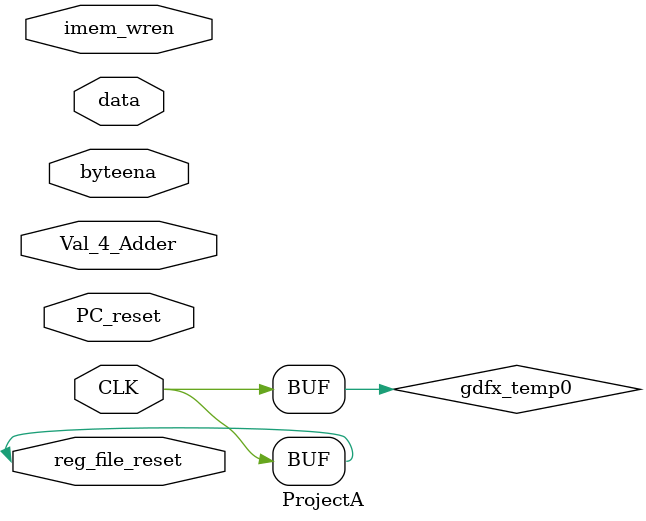
<source format=v>


module ProjectA(
	CLK,
	PC_reset,
	imem_wren,
	reg_file_reset,
	byteena,
	data,
	Val_4_Adder
);


input wire	CLK;
input wire	PC_reset;
input wire	imem_wren;
input wire	reg_file_reset;
input wire	[3:0] byteena;
input wire	[31:0] data;
input wire	[31:0] Val_4_Adder;

wire	[31:0] ALU_out;
wire	gdfx_temp0;
wire	[31:0] JA;
wire	[31:0] o_PC;
wire	[31:0] PC;
wire	[31:0] q;
wire	[3:0] SYNTHESIZED_WIRE_0;
wire	[31:0] SYNTHESIZED_WIRE_1;
wire	[31:0] SYNTHESIZED_WIRE_2;
wire	[31:0] SYNTHESIZED_WIRE_3;
wire	[31:0] SYNTHESIZED_WIRE_4;
wire	[31:0] SYNTHESIZED_WIRE_24;
wire	[31:0] SYNTHESIZED_WIRE_6;
wire	SYNTHESIZED_WIRE_7;
wire	SYNTHESIZED_WIRE_8;
wire	SYNTHESIZED_WIRE_9;
wire	[31:0] SYNTHESIZED_WIRE_25;
wire	SYNTHESIZED_WIRE_12;
wire	[31:0] SYNTHESIZED_WIRE_13;
wire	SYNTHESIZED_WIRE_14;
wire	SYNTHESIZED_WIRE_15;
wire	[31:0] SYNTHESIZED_WIRE_16;
wire	[31:0] SYNTHESIZED_WIRE_17;
wire	SYNTHESIZED_WIRE_18;
wire	SYNTHESIZED_WIRE_19;
wire	[31:0] SYNTHESIZED_WIRE_20;
wire	[4:0] SYNTHESIZED_WIRE_21;
wire	SYNTHESIZED_WIRE_22;





ALU	b2v_inst(
	.ALU_OP(SYNTHESIZED_WIRE_0),
	.i_A(SYNTHESIZED_WIRE_1),
	.i_B(SYNTHESIZED_WIRE_2),
	.shamt(q[10:6]),
	.zero(SYNTHESIZED_WIRE_8),
	.ALU_out(ALU_out));


PC_reg	b2v_inst1(
	.CLK(gdfx_temp0),
	.reset(PC_reset),
	.i_next_PC(SYNTHESIZED_WIRE_3),
	.o_PC(o_PC));


adder_32	b2v_inst10(
	.i_A(PC),
	.i_B(SYNTHESIZED_WIRE_4),
	.o_F(PC));


sll_2	b2v_inst13(
	.i_to_shift(SYNTHESIZED_WIRE_24),
	.o_shifted(SYNTHESIZED_WIRE_4));


sign_extender_26_32	b2v_inst15(
	.i_to_extend(q[25:0]),
	.o_extended(SYNTHESIZED_WIRE_6));


sll_2	b2v_inst16(
	.i_to_shift(SYNTHESIZED_WIRE_6),
	.o_shifted(JA));

assign	SYNTHESIZED_WIRE_14 = SYNTHESIZED_WIRE_7 & SYNTHESIZED_WIRE_8;


adder_32	b2v_inst2(
	.i_A(o_PC),
	.i_B(Val_4_Adder),
	.o_F(PC));


imem	b2v_inst3(
	.clock(gdfx_temp0),
	.wren(imem_wren),
	.address(o_PC[11:2]),
	.byteena(byteena),
	.data(data),
	.q(q));
	defparam	b2v_inst3.depth_exp_of_2 = 10;
	defparam	b2v_inst3.mif_filename = "imem.mif";


jumpHandler	b2v_inst4(
	.i_PCplusFour31_28(PC[31:28]),
	.i_shifted_j_addr(JA),
	.o_J_Addr(SYNTHESIZED_WIRE_17));


bit32_mux_2to1	b2v_inst41(
	.i_sel(SYNTHESIZED_WIRE_9),
	.i_0(SYNTHESIZED_WIRE_25),
	.i_1(SYNTHESIZED_WIRE_24),
	.o_mux(SYNTHESIZED_WIRE_2));


bit32_mux_2to1	b2v_inst42(
	.i_sel(SYNTHESIZED_WIRE_12),
	.i_0(ALU_out),
	.i_1(SYNTHESIZED_WIRE_13),
	.o_mux(SYNTHESIZED_WIRE_20));


bit32_mux_2to1	b2v_inst43(
	.i_sel(SYNTHESIZED_WIRE_14),
	.i_0(PC),
	.i_1(PC),
	.o_mux(SYNTHESIZED_WIRE_16));


bit32_mux_2to1	b2v_inst44(
	.i_sel(SYNTHESIZED_WIRE_15),
	.i_0(SYNTHESIZED_WIRE_16),
	.i_1(SYNTHESIZED_WIRE_17),
	.o_mux(SYNTHESIZED_WIRE_3));


mux21_5bit	b2v_inst5(
	.i_sel(SYNTHESIZED_WIRE_18),
	.i_0(q[20:16]),
	.i_1(q[15:11]),
	.o_mux(SYNTHESIZED_WIRE_21));


register_file	b2v_inst6(
	.CLK(gdfx_temp0),
	.w_en(SYNTHESIZED_WIRE_19),
	.reset(gdfx_temp0),
	.rs_sel(q[25:21]),
	.rt_sel(q[20:16]),
	.w_data(SYNTHESIZED_WIRE_20),
	.w_sel(SYNTHESIZED_WIRE_21),
	.rs_data(SYNTHESIZED_WIRE_1),
	.rt_data(SYNTHESIZED_WIRE_25));


sign_extender_16_32	b2v_inst7(
	.i_to_extend(q[15:0]),
	.o_extended(SYNTHESIZED_WIRE_24));


main_control	b2v_inst8(
	.i_instruction(q),
	.o_reg_dest(SYNTHESIZED_WIRE_18),
	.o_jump(SYNTHESIZED_WIRE_15),
	.o_branch(SYNTHESIZED_WIRE_7),
	.o_mem_to_reg(SYNTHESIZED_WIRE_12),
	.o_mem_write(SYNTHESIZED_WIRE_22),
	.o_ALU_src(SYNTHESIZED_WIRE_9),
	.o_reg_write(SYNTHESIZED_WIRE_19),
	.o_ALU_op(SYNTHESIZED_WIRE_0));


dmem	b2v_inst9(
	.clock(gdfx_temp0),
	.wren(SYNTHESIZED_WIRE_22),
	.address(ALU_out[11:2]),
	.byteena(byteena),
	.data(SYNTHESIZED_WIRE_25),
	.q(SYNTHESIZED_WIRE_13));
	defparam	b2v_inst9.depth_exp_of_2 = 10;
	defparam	b2v_inst9.mif_filename = "dmem.mif";

assign	gdfx_temp0 = CLK;
assign	gdfx_temp0 = reg_file_reset;

endmodule

</source>
